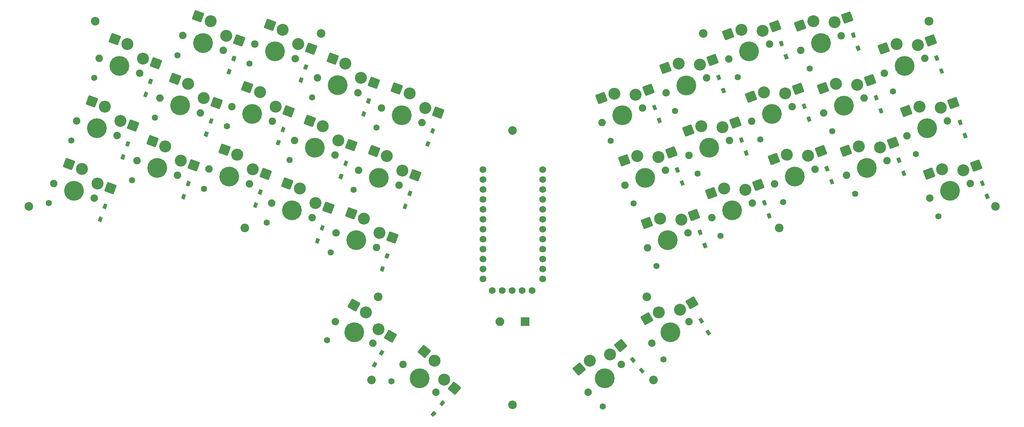
<source format=gbr>
%TF.GenerationSoftware,KiCad,Pcbnew,9.0.1*%
%TF.CreationDate,2025-05-25T10:06:09+02:00*%
%TF.ProjectId,ebbe34,65626265-3334-42e6-9b69-6361645f7063,rev?*%
%TF.SameCoordinates,Original*%
%TF.FileFunction,Soldermask,Bot*%
%TF.FilePolarity,Negative*%
%FSLAX46Y46*%
G04 Gerber Fmt 4.6, Leading zero omitted, Abs format (unit mm)*
G04 Created by KiCad (PCBNEW 9.0.1) date 2025-05-25 10:06:09*
%MOMM*%
%LPD*%
G01*
G04 APERTURE LIST*
G04 Aperture macros list*
%AMRoundRect*
0 Rectangle with rounded corners*
0 $1 Rounding radius*
0 $2 $3 $4 $5 $6 $7 $8 $9 X,Y pos of 4 corners*
0 Add a 4 corners polygon primitive as box body*
4,1,4,$2,$3,$4,$5,$6,$7,$8,$9,$2,$3,0*
0 Add four circle primitives for the rounded corners*
1,1,$1+$1,$2,$3*
1,1,$1+$1,$4,$5*
1,1,$1+$1,$6,$7*
1,1,$1+$1,$8,$9*
0 Add four rect primitives between the rounded corners*
20,1,$1+$1,$2,$3,$4,$5,0*
20,1,$1+$1,$4,$5,$6,$7,0*
20,1,$1+$1,$6,$7,$8,$9,0*
20,1,$1+$1,$8,$9,$2,$3,0*%
G04 Aperture macros list end*
%ADD10C,0.100000*%
%ADD11C,1.900000*%
%ADD12C,1.600000*%
%ADD13C,3.050000*%
%ADD14C,5.050000*%
%ADD15RoundRect,0.250000X-1.387676X-0.353525X0.387676X-1.378525X1.387676X0.353525X-0.387676X1.378525X0*%
%ADD16RoundRect,0.250000X-0.621165X-1.290263X1.305205X-0.589122X0.621165X1.290263X-1.305205X0.589122X0*%
%ADD17RoundRect,0.250000X-1.305205X-0.589122X0.621165X-1.290263X1.305205X0.589122X-0.621165X1.290263X0*%
%ADD18RoundRect,0.250000X-0.387676X-1.378525X1.387676X-0.353525X0.387676X1.378525X-1.387676X0.353525X0*%
%ADD19RoundRect,0.250000X-0.142408X-1.424902X1.427983X-0.107187X0.142408X1.424902X-1.427983X0.107187X0*%
%ADD20RoundRect,0.250000X-1.427983X-0.107187X0.142408X-1.424902X1.427983X0.107187X-0.142408X1.424902X0*%
%ADD21C,2.200000*%
%ADD22R,2.250000X2.250000*%
%ADD23C,2.250000*%
%ADD24C,1.752600*%
G04 APERTURE END LIST*
D10*
%TO.C,D9*%
X240318857Y-63437546D02*
X239520119Y-63728262D01*
X239109693Y-62600634D01*
X239908432Y-62309915D01*
X240318857Y-63437546D01*
G36*
X240318857Y-63437546D02*
G01*
X239520119Y-63728262D01*
X239109693Y-62600634D01*
X239908432Y-62309915D01*
X240318857Y-63437546D01*
G37*
X241533027Y-66773454D02*
X240734288Y-67064173D01*
X240323863Y-65936542D01*
X241122601Y-65645826D01*
X241533027Y-66773454D01*
G36*
X241533027Y-66773454D02*
G01*
X240734288Y-67064173D01*
X240323863Y-65936542D01*
X241122601Y-65645826D01*
X241533027Y-66773454D01*
G37*
%TO.C,D30*%
X273246722Y-101277628D02*
X272447984Y-101568344D01*
X272037558Y-100440716D01*
X272836297Y-100149997D01*
X273246722Y-101277628D01*
G36*
X273246722Y-101277628D02*
G01*
X272447984Y-101568344D01*
X272037558Y-100440716D01*
X272836297Y-100149997D01*
X273246722Y-101277628D01*
G37*
X274460892Y-104613536D02*
X273662153Y-104904255D01*
X273251728Y-103776624D01*
X274050466Y-103485908D01*
X274460892Y-104613536D01*
G36*
X274460892Y-104613536D02*
G01*
X273662153Y-104904255D01*
X273251728Y-103776624D01*
X274050466Y-103485908D01*
X274460892Y-104613536D01*
G37*
%TO.C,D27*%
X217606200Y-106282272D02*
X216807462Y-106572988D01*
X216397036Y-105445360D01*
X217195775Y-105154641D01*
X217606200Y-106282272D01*
G36*
X217606200Y-106282272D02*
G01*
X216807462Y-106572988D01*
X216397036Y-105445360D01*
X217195775Y-105154641D01*
X217606200Y-106282272D01*
G37*
X218820370Y-109618180D02*
X218021631Y-109908899D01*
X217611206Y-108781268D01*
X218409944Y-108490552D01*
X218820370Y-109618180D01*
G36*
X218820370Y-109618180D02*
G01*
X218021631Y-109908899D01*
X217611206Y-108781268D01*
X218409944Y-108490552D01*
X218820370Y-109618180D01*
G37*
%TO.C,D25*%
X120094065Y-122331750D02*
X119683644Y-123459380D01*
X118884904Y-123168663D01*
X119295328Y-122041032D01*
X120094065Y-122331750D01*
G36*
X120094065Y-122331750D02*
G01*
X119683644Y-123459380D01*
X118884904Y-123168663D01*
X119295328Y-122041032D01*
X120094065Y-122331750D01*
G37*
X121308240Y-118995841D02*
X120897816Y-120123472D01*
X120099079Y-119832754D01*
X120509500Y-118705124D01*
X121308240Y-118995841D01*
G36*
X121308240Y-118995841D02*
G01*
X120897816Y-120123472D01*
X120099079Y-119832754D01*
X120509500Y-118705124D01*
X121308240Y-118995841D01*
G37*
%TO.C,D12*%
X75165006Y-87887895D02*
X74754585Y-89015525D01*
X73955845Y-88724808D01*
X74366269Y-87597177D01*
X75165006Y-87887895D01*
G36*
X75165006Y-87887895D02*
G01*
X74754585Y-89015525D01*
X73955845Y-88724808D01*
X74366269Y-87597177D01*
X75165006Y-87887895D01*
G37*
X76379181Y-84551986D02*
X75968757Y-85679617D01*
X75170020Y-85388899D01*
X75580441Y-84261269D01*
X76379181Y-84551986D01*
G36*
X76379181Y-84551986D02*
G01*
X75968757Y-85679617D01*
X75170020Y-85388899D01*
X75580441Y-84261269D01*
X76379181Y-84551986D01*
G37*
%TO.C,D24*%
X103542993Y-115176969D02*
X103132572Y-116304599D01*
X102333832Y-116013882D01*
X102744256Y-114886251D01*
X103542993Y-115176969D01*
G36*
X103542993Y-115176969D02*
G01*
X103132572Y-116304599D01*
X102333832Y-116013882D01*
X102744256Y-114886251D01*
X103542993Y-115176969D01*
G37*
X104757168Y-111841060D02*
X104346744Y-112968691D01*
X103548007Y-112677973D01*
X103958428Y-111550343D01*
X104757168Y-111841060D01*
G36*
X104757168Y-111841060D02*
G01*
X104346744Y-112968691D01*
X103548007Y-112677973D01*
X103958428Y-111550343D01*
X104757168Y-111841060D01*
G37*
%TO.C,D5*%
X131722751Y-90382210D02*
X131312330Y-91509840D01*
X130513590Y-91219123D01*
X130924014Y-90091492D01*
X131722751Y-90382210D01*
G36*
X131722751Y-90382210D02*
G01*
X131312330Y-91509840D01*
X130513590Y-91219123D01*
X130924014Y-90091492D01*
X131722751Y-90382210D01*
G37*
X132936926Y-87046301D02*
X132526502Y-88173932D01*
X131727765Y-87883214D01*
X132138186Y-86755584D01*
X132936926Y-87046301D01*
G36*
X132936926Y-87046301D02*
G01*
X132526502Y-88173932D01*
X131727765Y-87883214D01*
X132138186Y-86755584D01*
X132936926Y-87046301D01*
G37*
%TO.C,D22*%
X69350665Y-103862671D02*
X68940244Y-104990301D01*
X68141504Y-104699584D01*
X68551928Y-103571953D01*
X69350665Y-103862671D01*
G36*
X69350665Y-103862671D02*
G01*
X68940244Y-104990301D01*
X68141504Y-104699584D01*
X68551928Y-103571953D01*
X69350665Y-103862671D01*
G37*
X70564840Y-100526762D02*
X70154416Y-101654393D01*
X69355679Y-101363675D01*
X69766100Y-100236045D01*
X70564840Y-100526762D01*
G36*
X70564840Y-100526762D02*
G01*
X70154416Y-101654393D01*
X69355679Y-101363675D01*
X69766100Y-100236045D01*
X70564840Y-100526762D01*
G37*
%TO.C,D31*%
X118203018Y-146935444D02*
X117603020Y-147974673D01*
X116866897Y-147549674D01*
X117466897Y-146510443D01*
X118203018Y-146935444D01*
G36*
X118203018Y-146935444D02*
G01*
X117603020Y-147974673D01*
X116866897Y-147549674D01*
X117466897Y-146510443D01*
X118203018Y-146935444D01*
G37*
X119978021Y-143861054D02*
X119378021Y-144900285D01*
X118641900Y-144475284D01*
X119241898Y-143436055D01*
X119978021Y-143861054D01*
G36*
X119978021Y-143861054D02*
G01*
X119378021Y-144900285D01*
X118641900Y-144475284D01*
X119241898Y-143436055D01*
X119978021Y-143861054D01*
G37*
%TO.C,D28*%
X233579489Y-97549759D02*
X232780751Y-97840475D01*
X232370325Y-96712847D01*
X233169064Y-96422128D01*
X233579489Y-97549759D01*
G36*
X233579489Y-97549759D02*
G01*
X232780751Y-97840475D01*
X232370325Y-96712847D01*
X233169064Y-96422128D01*
X233579489Y-97549759D01*
G37*
X234793659Y-100885667D02*
X233994920Y-101176386D01*
X233584495Y-100048755D01*
X234383233Y-99758039D01*
X234793659Y-100885667D01*
G36*
X234793659Y-100885667D02*
G01*
X233994920Y-101176386D01*
X233584495Y-100048755D01*
X234383233Y-99758039D01*
X234793659Y-100885667D01*
G37*
%TO.C,D32*%
X133226697Y-159626971D02*
X132455355Y-160546225D01*
X131804216Y-159999855D01*
X132575561Y-159080602D01*
X133226697Y-159626971D01*
G36*
X133226697Y-159626971D02*
G01*
X132455355Y-160546225D01*
X131804216Y-159999855D01*
X132575561Y-159080602D01*
X133226697Y-159626971D01*
G37*
X135508596Y-156907515D02*
X134737251Y-157826768D01*
X134086115Y-157280399D01*
X134857457Y-156361145D01*
X135508596Y-156907515D01*
G36*
X135508596Y-156907515D02*
G01*
X134737251Y-157826768D01*
X134086115Y-157280399D01*
X134857457Y-156361145D01*
X135508596Y-156907515D01*
G37*
%TO.C,D26*%
X201204140Y-113856181D02*
X200405402Y-114146897D01*
X199994976Y-113019269D01*
X200793715Y-112728550D01*
X201204140Y-113856181D01*
G36*
X201204140Y-113856181D02*
G01*
X200405402Y-114146897D01*
X199994976Y-113019269D01*
X200793715Y-112728550D01*
X201204140Y-113856181D01*
G37*
X202418310Y-117192089D02*
X201619571Y-117482808D01*
X201209146Y-116355177D01*
X202007884Y-116064461D01*
X202418310Y-117192089D01*
G36*
X202418310Y-117192089D02*
G01*
X201619571Y-117482808D01*
X201209146Y-116355177D01*
X202007884Y-116064461D01*
X202418310Y-117192089D01*
G37*
%TO.C,D6*%
X189575451Y-81906628D02*
X188776713Y-82197344D01*
X188366287Y-81069716D01*
X189165026Y-80778997D01*
X189575451Y-81906628D01*
G36*
X189575451Y-81906628D02*
G01*
X188776713Y-82197344D01*
X188366287Y-81069716D01*
X189165026Y-80778997D01*
X189575451Y-81906628D01*
G37*
X190789621Y-85242536D02*
X189990882Y-85533255D01*
X189580457Y-84405624D01*
X190379195Y-84114908D01*
X190789621Y-85242536D01*
G36*
X190789621Y-85242536D02*
G01*
X189990882Y-85533255D01*
X189580457Y-84405624D01*
X190379195Y-84114908D01*
X190789621Y-85242536D01*
G37*
%TO.C,D1*%
X59704128Y-77737839D02*
X59293707Y-78865469D01*
X58494967Y-78574752D01*
X58905391Y-77447121D01*
X59704128Y-77737839D01*
G36*
X59704128Y-77737839D02*
G01*
X59293707Y-78865469D01*
X58494967Y-78574752D01*
X58905391Y-77447121D01*
X59704128Y-77737839D01*
G37*
X60918303Y-74401930D02*
X60507879Y-75529561D01*
X59709142Y-75238843D01*
X60119563Y-74111213D01*
X60918303Y-74401930D01*
G36*
X60918303Y-74401930D02*
G01*
X60507879Y-75529561D01*
X59709142Y-75238843D01*
X60119563Y-74111213D01*
X60918303Y-74401930D01*
G37*
%TO.C,D33*%
X184118829Y-146202367D02*
X183467692Y-146748735D01*
X182696346Y-145829485D01*
X183347484Y-145283114D01*
X184118829Y-146202367D01*
G36*
X184118829Y-146202367D02*
G01*
X183467692Y-146748735D01*
X182696346Y-145829485D01*
X183347484Y-145283114D01*
X184118829Y-146202367D01*
G37*
X186400724Y-148921825D02*
X185749586Y-149468196D01*
X184978241Y-148548943D01*
X185629378Y-148002575D01*
X186400724Y-148921825D01*
G36*
X186400724Y-148921825D02*
G01*
X185749586Y-149468196D01*
X184978241Y-148548943D01*
X185629378Y-148002575D01*
X186400724Y-148921825D01*
G37*
%TO.C,D2*%
X80979346Y-71913121D02*
X80568925Y-73040751D01*
X79770185Y-72750034D01*
X80180609Y-71622403D01*
X80979346Y-71913121D01*
G36*
X80979346Y-71913121D02*
G01*
X80568925Y-73040751D01*
X79770185Y-72750034D01*
X80180609Y-71622403D01*
X80979346Y-71913121D01*
G37*
X82193521Y-68577212D02*
X81783097Y-69704843D01*
X80984360Y-69414125D01*
X81394781Y-68286495D01*
X82193521Y-68577212D01*
G36*
X82193521Y-68577212D02*
G01*
X81783097Y-69704843D01*
X80984360Y-69414125D01*
X81394781Y-68286495D01*
X82193521Y-68577212D01*
G37*
%TO.C,D16*%
X195389792Y-97881402D02*
X194591054Y-98172118D01*
X194180628Y-97044490D01*
X194979367Y-96753771D01*
X195389792Y-97881402D01*
G36*
X195389792Y-97881402D02*
G01*
X194591054Y-98172118D01*
X194180628Y-97044490D01*
X194979367Y-96753771D01*
X195389792Y-97881402D01*
G37*
X196603962Y-101217310D02*
X195805223Y-101508029D01*
X195394798Y-100380398D01*
X196193536Y-100089682D01*
X196603962Y-101217310D01*
G36*
X196603962Y-101217310D02*
G01*
X195805223Y-101508029D01*
X195394798Y-100380398D01*
X196193536Y-100089682D01*
X196603962Y-101217310D01*
G37*
%TO.C,D21*%
X48088402Y-109651771D02*
X47677981Y-110779401D01*
X46879241Y-110488684D01*
X47289665Y-109361053D01*
X48088402Y-109651771D01*
G36*
X48088402Y-109651771D02*
G01*
X47677981Y-110779401D01*
X46879241Y-110488684D01*
X47289665Y-109361053D01*
X48088402Y-109651771D01*
G37*
X49302577Y-106315862D02*
X48892153Y-107443493D01*
X48093416Y-107152775D01*
X48503837Y-106025145D01*
X49302577Y-106315862D01*
G36*
X49302577Y-106315862D02*
G01*
X48892153Y-107443493D01*
X48093416Y-107152775D01*
X48503837Y-106025145D01*
X49302577Y-106315862D01*
G37*
%TO.C,D15*%
X125908415Y-106356972D02*
X125497994Y-107484602D01*
X124699254Y-107193885D01*
X125109678Y-106066254D01*
X125908415Y-106356972D01*
G36*
X125908415Y-106356972D02*
G01*
X125497994Y-107484602D01*
X124699254Y-107193885D01*
X125109678Y-106066254D01*
X125908415Y-106356972D01*
G37*
X127122590Y-103021063D02*
X126712166Y-104148694D01*
X125913429Y-103857976D01*
X126323850Y-102730346D01*
X127122590Y-103021063D01*
G36*
X127122590Y-103021063D02*
G01*
X126712166Y-104148694D01*
X125913429Y-103857976D01*
X126323850Y-102730346D01*
X127122590Y-103021063D01*
G37*
%TO.C,D3*%
X99347400Y-74075790D02*
X98936979Y-75203420D01*
X98138239Y-74912703D01*
X98548663Y-73785072D01*
X99347400Y-74075790D01*
G36*
X99347400Y-74075790D02*
G01*
X98936979Y-75203420D01*
X98138239Y-74912703D01*
X98548663Y-73785072D01*
X99347400Y-74075790D01*
G37*
X100561575Y-70739881D02*
X100151151Y-71867512D01*
X99352414Y-71576794D01*
X99762835Y-70449164D01*
X100561575Y-70739881D01*
G36*
X100561575Y-70739881D02*
G01*
X100151151Y-71867512D01*
X99352414Y-71576794D01*
X99762835Y-70449164D01*
X100561575Y-70739881D01*
G37*
%TO.C,D13*%
X93533058Y-90050560D02*
X93122637Y-91178190D01*
X92323897Y-90887473D01*
X92734321Y-89759842D01*
X93533058Y-90050560D01*
G36*
X93533058Y-90050560D02*
G01*
X93122637Y-91178190D01*
X92323897Y-90887473D01*
X92734321Y-89759842D01*
X93533058Y-90050560D01*
G37*
X94747233Y-86714651D02*
X94336809Y-87842282D01*
X93538072Y-87551564D01*
X93948493Y-86423934D01*
X94747233Y-86714651D01*
G36*
X94747233Y-86714651D02*
G01*
X94336809Y-87842282D01*
X93538072Y-87551564D01*
X93948493Y-86423934D01*
X94747233Y-86714651D01*
G37*
%TO.C,D7*%
X205944825Y-74252630D02*
X205146087Y-74543346D01*
X204735661Y-73415718D01*
X205534400Y-73124999D01*
X205944825Y-74252630D01*
G36*
X205944825Y-74252630D02*
G01*
X205146087Y-74543346D01*
X204735661Y-73415718D01*
X205534400Y-73124999D01*
X205944825Y-74252630D01*
G37*
X207158995Y-77588538D02*
X206360256Y-77879257D01*
X205949831Y-76751626D01*
X206748569Y-76460910D01*
X207158995Y-77588538D01*
G36*
X207158995Y-77588538D02*
G01*
X206360256Y-77879257D01*
X205949831Y-76751626D01*
X206748569Y-76460910D01*
X207158995Y-77588538D01*
G37*
%TO.C,D4*%
X115353378Y-82728202D02*
X114942957Y-83855832D01*
X114144217Y-83565115D01*
X114554641Y-82437484D01*
X115353378Y-82728202D01*
G36*
X115353378Y-82728202D02*
G01*
X114942957Y-83855832D01*
X114144217Y-83565115D01*
X114554641Y-82437484D01*
X115353378Y-82728202D01*
G37*
X116567553Y-79392293D02*
X116157129Y-80519924D01*
X115358392Y-80229206D01*
X115768813Y-79101576D01*
X116567553Y-79392293D01*
G36*
X116567553Y-79392293D02*
G01*
X116157129Y-80519924D01*
X115358392Y-80229206D01*
X115768813Y-79101576D01*
X116567553Y-79392293D01*
G37*
%TO.C,D18*%
X227765143Y-81574983D02*
X226966405Y-81865699D01*
X226555979Y-80738071D01*
X227354718Y-80447352D01*
X227765143Y-81574983D01*
G36*
X227765143Y-81574983D02*
G01*
X226966405Y-81865699D01*
X226555979Y-80738071D01*
X227354718Y-80447352D01*
X227765143Y-81574983D01*
G37*
X228979313Y-84910891D02*
X228180574Y-85201610D01*
X227770149Y-84073979D01*
X228568887Y-83783263D01*
X228979313Y-84910891D01*
G36*
X228979313Y-84910891D02*
G01*
X228180574Y-85201610D01*
X227770149Y-84073979D01*
X228568887Y-83783263D01*
X228979313Y-84910891D01*
G37*
%TO.C,D14*%
X109539032Y-98702982D02*
X109128611Y-99830612D01*
X108329871Y-99539895D01*
X108740295Y-98412264D01*
X109539032Y-98702982D01*
G36*
X109539032Y-98702982D02*
G01*
X109128611Y-99830612D01*
X108329871Y-99539895D01*
X108740295Y-98412264D01*
X109539032Y-98702982D01*
G37*
X110753207Y-95367073D02*
X110342783Y-96494704D01*
X109544046Y-96203986D01*
X109954467Y-95076356D01*
X110753207Y-95367073D01*
G36*
X110753207Y-95367073D02*
G01*
X110342783Y-96494704D01*
X109544046Y-96203986D01*
X109954467Y-95076356D01*
X110753207Y-95367073D01*
G37*
%TO.C,D20*%
X267590118Y-85736243D02*
X266791380Y-86026959D01*
X266380954Y-84899331D01*
X267179693Y-84608612D01*
X267590118Y-85736243D01*
G36*
X267590118Y-85736243D02*
G01*
X266791380Y-86026959D01*
X266380954Y-84899331D01*
X267179693Y-84608612D01*
X267590118Y-85736243D01*
G37*
X268804288Y-89072151D02*
X268005549Y-89362870D01*
X267595124Y-88235239D01*
X268393862Y-87944523D01*
X268804288Y-89072151D01*
G36*
X268804288Y-89072151D02*
G01*
X268005549Y-89362870D01*
X267595124Y-88235239D01*
X268393862Y-87944523D01*
X268804288Y-89072151D01*
G37*
%TO.C,D29*%
X251947541Y-95387089D02*
X251148803Y-95677805D01*
X250738377Y-94550177D01*
X251537116Y-94259458D01*
X251947541Y-95387089D01*
G36*
X251947541Y-95387089D02*
G01*
X251148803Y-95677805D01*
X250738377Y-94550177D01*
X251537116Y-94259458D01*
X251947541Y-95387089D01*
G37*
X253161711Y-98722997D02*
X252362972Y-99013716D01*
X251952547Y-97886085D01*
X252751285Y-97595369D01*
X253161711Y-98722997D01*
G36*
X253161711Y-98722997D02*
G01*
X252362972Y-99013716D01*
X251952547Y-97886085D01*
X252751285Y-97595369D01*
X253161711Y-98722997D01*
G37*
%TO.C,D10*%
X261594079Y-69262256D02*
X260795341Y-69552972D01*
X260384915Y-68425344D01*
X261183654Y-68134625D01*
X261594079Y-69262256D01*
G36*
X261594079Y-69262256D02*
G01*
X260795341Y-69552972D01*
X260384915Y-68425344D01*
X261183654Y-68134625D01*
X261594079Y-69262256D01*
G37*
X262808249Y-72598164D02*
X262009510Y-72888883D01*
X261599085Y-71761252D01*
X262397823Y-71470536D01*
X262808249Y-72598164D01*
G36*
X262808249Y-72598164D02*
G01*
X262009510Y-72888883D01*
X261599085Y-71761252D01*
X262397823Y-71470536D01*
X262808249Y-72598164D01*
G37*
%TO.C,D11*%
X53889782Y-93712615D02*
X53479361Y-94840245D01*
X52680621Y-94549528D01*
X53091045Y-93421897D01*
X53889782Y-93712615D01*
G36*
X53889782Y-93712615D02*
G01*
X53479361Y-94840245D01*
X52680621Y-94549528D01*
X53091045Y-93421897D01*
X53889782Y-93712615D01*
G37*
X55103957Y-90376706D02*
X54693533Y-91504337D01*
X53894796Y-91213619D01*
X54305217Y-90085989D01*
X55103957Y-90376706D01*
G36*
X55103957Y-90376706D02*
G01*
X54693533Y-91504337D01*
X53894796Y-91213619D01*
X54305217Y-90085989D01*
X55103957Y-90376706D01*
G37*
%TO.C,D34*%
X201555875Y-136271438D02*
X200819753Y-136696436D01*
X200219753Y-135657209D01*
X200955875Y-135232207D01*
X201555875Y-136271438D01*
G36*
X201555875Y-136271438D02*
G01*
X200819753Y-136696436D01*
X200219753Y-135657209D01*
X200955875Y-135232207D01*
X201555875Y-136271438D01*
G37*
X203330873Y-139345827D02*
X202594751Y-139770829D01*
X201994751Y-138731598D01*
X202730873Y-138306600D01*
X203330873Y-139345827D01*
G36*
X203330873Y-139345827D02*
G01*
X202594751Y-139770829D01*
X201994751Y-138731598D01*
X202730873Y-138306600D01*
X203330873Y-139345827D01*
G37*
%TO.C,D19*%
X246133196Y-79412313D02*
X245334458Y-79703029D01*
X244924032Y-78575401D01*
X245722771Y-78284682D01*
X246133196Y-79412313D01*
G36*
X246133196Y-79412313D02*
G01*
X245334458Y-79703029D01*
X244924032Y-78575401D01*
X245722771Y-78284682D01*
X246133196Y-79412313D01*
G37*
X247347366Y-82748221D02*
X246548627Y-83038940D01*
X246138202Y-81911309D01*
X246936940Y-81620593D01*
X247347366Y-82748221D01*
G36*
X247347366Y-82748221D02*
G01*
X246548627Y-83038940D01*
X246138202Y-81911309D01*
X246936940Y-81620593D01*
X247347366Y-82748221D01*
G37*
%TO.C,D23*%
X87718718Y-106025333D02*
X87308297Y-107152963D01*
X86509557Y-106862246D01*
X86919981Y-105734615D01*
X87718718Y-106025333D01*
G36*
X87718718Y-106025333D02*
G01*
X87308297Y-107152963D01*
X86509557Y-106862246D01*
X86919981Y-105734615D01*
X87718718Y-106025333D01*
G37*
X88932893Y-102689424D02*
X88522469Y-103817055D01*
X87723732Y-103526337D01*
X88134153Y-102398707D01*
X88932893Y-102689424D01*
G36*
X88932893Y-102689424D02*
G01*
X88522469Y-103817055D01*
X87723732Y-103526337D01*
X88134153Y-102398707D01*
X88932893Y-102689424D01*
G37*
%TO.C,D17*%
X211759165Y-90227409D02*
X210960427Y-90518125D01*
X210550001Y-89390497D01*
X211348740Y-89099778D01*
X211759165Y-90227409D01*
G36*
X211759165Y-90227409D02*
G01*
X210960427Y-90518125D01*
X210550001Y-89390497D01*
X211348740Y-89099778D01*
X211759165Y-90227409D01*
G37*
X212973335Y-93563317D02*
X212174596Y-93854036D01*
X211764171Y-92726405D01*
X212562909Y-92435689D01*
X212973335Y-93563317D01*
G36*
X212973335Y-93563317D02*
G01*
X212174596Y-93854036D01*
X211764171Y-92726405D01*
X212562909Y-92435689D01*
X212973335Y-93563317D01*
G37*
%TO.C,D8*%
X221950801Y-65600211D02*
X221152063Y-65890927D01*
X220741637Y-64763299D01*
X221540376Y-64472580D01*
X221950801Y-65600211D01*
G36*
X221950801Y-65600211D02*
G01*
X221152063Y-65890927D01*
X220741637Y-64763299D01*
X221540376Y-64472580D01*
X221950801Y-65600211D01*
G37*
X223164971Y-68936119D02*
X222366232Y-69226838D01*
X221955807Y-68099207D01*
X222754545Y-67808491D01*
X223164971Y-68936119D01*
G36*
X223164971Y-68936119D02*
G01*
X222366232Y-69226838D01*
X221955807Y-68099207D01*
X222754545Y-67808491D01*
X223164971Y-68936119D01*
G37*
%TD*%
D11*
%TO.C,S31*%
X107564531Y-136271067D03*
D12*
X105422544Y-140981098D03*
D13*
X115277671Y-133911517D03*
D14*
X112327671Y-139021067D03*
D13*
X118557798Y-138230170D03*
D11*
X117090811Y-141771067D03*
D15*
X112296582Y-132074915D03*
X121588887Y-139980170D03*
%TD*%
D11*
%TO.C,S16*%
X181418525Y-101380549D03*
D12*
X183649775Y-106048956D03*
D13*
X184568915Y-93955252D03*
D14*
X186586834Y-99499438D03*
D13*
X189985621Y-94218505D03*
D11*
X191755143Y-97618327D03*
D16*
X181245789Y-95058353D03*
X193274545Y-93021435D03*
%TD*%
D11*
%TO.C,S21*%
X35645849Y-100934965D03*
D12*
X34354291Y-105945392D03*
D13*
X42832077Y-97271890D03*
D14*
X40814158Y-102816076D03*
D13*
X46812298Y-100955345D03*
D11*
X45982467Y-104697187D03*
D17*
X39577355Y-95980850D03*
X50101222Y-102152415D03*
%TD*%
D11*
%TO.C,S23*%
X75289124Y-97272922D03*
D12*
X73997566Y-102283349D03*
D13*
X82475352Y-93609847D03*
D14*
X80457433Y-99154033D03*
D13*
X86455573Y-97293302D03*
D11*
X85625742Y-101035144D03*
D17*
X79220630Y-92318807D03*
X89744497Y-98490372D03*
%TD*%
D11*
%TO.C,S27*%
X203602230Y-109701319D03*
D12*
X205833480Y-114369726D03*
D13*
X206752620Y-102276022D03*
D14*
X208770539Y-107820208D03*
D13*
X212169326Y-102539275D03*
D11*
X213938848Y-105939097D03*
D16*
X203429494Y-103379123D03*
X215458250Y-101342205D03*
%TD*%
D11*
%TO.C,S13*%
X81103466Y-81298151D03*
D12*
X79811908Y-86308578D03*
D13*
X88289694Y-77635076D03*
D14*
X86271775Y-83179262D03*
D13*
X92269915Y-81318531D03*
D11*
X91440084Y-85060373D03*
D17*
X85034972Y-76344036D03*
X95558839Y-82515601D03*
%TD*%
D11*
%TO.C,S4*%
X102923791Y-73975786D03*
D12*
X101632233Y-78986213D03*
D13*
X110110019Y-70312711D03*
D14*
X108092100Y-75856897D03*
D13*
X114090240Y-73996166D03*
D11*
X113260409Y-77738008D03*
D17*
X106855297Y-69021671D03*
X117379164Y-75193236D03*
%TD*%
D11*
%TO.C,S10*%
X247622796Y-72761392D03*
D12*
X249854046Y-77429799D03*
D13*
X250773186Y-65336095D03*
D14*
X252791105Y-70880281D03*
D13*
X256189892Y-65599348D03*
D11*
X257959414Y-68999170D03*
D16*
X247450060Y-66439196D03*
X259478816Y-64402278D03*
%TD*%
D11*
%TO.C,S18*%
X213793868Y-85074126D03*
D12*
X216025118Y-89742533D03*
D13*
X216944258Y-77648829D03*
D14*
X218962177Y-83193015D03*
D13*
X222360964Y-77912082D03*
D11*
X224130486Y-81311904D03*
D16*
X213621132Y-78751930D03*
X225649888Y-76715012D03*
%TD*%
D11*
%TO.C,S22*%
X56921072Y-95110253D03*
D12*
X55629514Y-100120680D03*
D13*
X64107300Y-91447178D03*
D14*
X62089381Y-96991364D03*
D13*
X68087521Y-95130633D03*
D11*
X67257690Y-98872475D03*
D17*
X60852578Y-90156138D03*
X71376445Y-96327703D03*
%TD*%
D11*
%TO.C,S9*%
X226347583Y-66936688D03*
D12*
X228578833Y-71605095D03*
D13*
X229497973Y-59511391D03*
D14*
X231515892Y-65055577D03*
D13*
X234914679Y-59774644D03*
D11*
X236684201Y-63174466D03*
D16*
X226174847Y-60614492D03*
X238203603Y-58577574D03*
%TD*%
D11*
%TO.C,S29*%
X237976269Y-98886230D03*
D12*
X240207519Y-103554637D03*
D13*
X241126659Y-91460933D03*
D14*
X243144578Y-97005119D03*
D13*
X246543365Y-91724186D03*
D11*
X248312887Y-95124008D03*
D16*
X237803533Y-92564034D03*
X249832289Y-90527116D03*
%TD*%
D11*
%TO.C,S3*%
X86917799Y-65323370D03*
D12*
X85626241Y-70333797D03*
D13*
X94104027Y-61660295D03*
D14*
X92086108Y-67204481D03*
D13*
X98084248Y-65343750D03*
D11*
X97254417Y-69085592D03*
D17*
X90849305Y-60369255D03*
X101373172Y-66540820D03*
%TD*%
D11*
%TO.C,S20*%
X253437147Y-88736168D03*
D12*
X255668397Y-93404575D03*
D13*
X256587537Y-81310871D03*
D14*
X258605456Y-86855057D03*
D13*
X262004243Y-81574124D03*
D11*
X263773765Y-84973946D03*
D16*
X253264411Y-82413972D03*
X265293167Y-80377054D03*
%TD*%
D11*
%TO.C,S11*%
X41460185Y-84960191D03*
D12*
X40168627Y-89970618D03*
D13*
X48646413Y-81297116D03*
D14*
X46628494Y-86841302D03*
D13*
X52626634Y-84980571D03*
D11*
X51796803Y-88722413D03*
D17*
X45391691Y-80006076D03*
X55915558Y-86177641D03*
%TD*%
D11*
%TO.C,S28*%
X219608217Y-101048906D03*
D12*
X221839467Y-105717313D03*
D13*
X222758607Y-93623609D03*
D14*
X224776526Y-99167795D03*
D13*
X228175313Y-93886862D03*
D11*
X229944835Y-97286684D03*
D16*
X219435481Y-94726710D03*
X231464237Y-92689792D03*
%TD*%
D11*
%TO.C,S2*%
X68549749Y-63160700D03*
D12*
X67258191Y-68171127D03*
D13*
X75735977Y-59497625D03*
D14*
X73718058Y-65041811D03*
D13*
X79716198Y-63181080D03*
D11*
X78886367Y-66922922D03*
D17*
X72481255Y-58206585D03*
X83005122Y-64378150D03*
%TD*%
D11*
%TO.C,S12*%
X62735418Y-79135481D03*
D12*
X61443860Y-84145908D03*
D13*
X69921646Y-75472406D03*
D14*
X67903727Y-81016592D03*
D13*
X73901867Y-79155861D03*
D11*
X73072036Y-82897703D03*
D17*
X66666924Y-74181366D03*
X77190791Y-80352931D03*
%TD*%
D11*
%TO.C,S26*%
X187232872Y-117355319D03*
D12*
X189464122Y-122023726D03*
D13*
X190383262Y-109930022D03*
D14*
X192401181Y-115474208D03*
D13*
X195799968Y-110193275D03*
D11*
X197569490Y-113593097D03*
D16*
X187060136Y-111033123D03*
X199088892Y-108996205D03*
%TD*%
D11*
%TO.C,S8*%
X207979532Y-69099343D03*
D12*
X210210782Y-73767750D03*
D13*
X211129922Y-61674046D03*
D14*
X213147841Y-67218232D03*
D13*
X216546628Y-61937299D03*
D11*
X218316150Y-65337121D03*
D16*
X207806796Y-62777147D03*
X219835552Y-60740229D03*
%TD*%
D11*
%TO.C,S24*%
X91295101Y-105925341D03*
D12*
X90003543Y-110935768D03*
D13*
X98481329Y-102262266D03*
D14*
X96463410Y-107806452D03*
D13*
X102461550Y-105945721D03*
D11*
X101631719Y-109687563D03*
D17*
X95226607Y-100971226D03*
X105750474Y-107142791D03*
%TD*%
D11*
%TO.C,S34*%
X188280393Y-141734878D03*
D12*
X191288406Y-145944909D03*
D13*
X190093533Y-133875328D03*
D14*
X193043533Y-138984878D03*
D13*
X195473660Y-133193981D03*
D11*
X197806673Y-136234878D03*
D18*
X187012444Y-135538726D03*
X198504749Y-131443981D03*
%TD*%
D11*
%TO.C,S33*%
X172047644Y-154282033D03*
D12*
X175741022Y-157905768D03*
D13*
X172468441Y-146227039D03*
D14*
X176260888Y-150746701D03*
D13*
X177648517Y-144621794D03*
D11*
X180474132Y-147211369D03*
D19*
X169723007Y-148400191D03*
X180329673Y-142372037D03*
%TD*%
D11*
%TO.C,S25*%
X107664482Y-113579332D03*
D12*
X106372924Y-118589759D03*
D13*
X114850710Y-109916257D03*
D14*
X112832791Y-115460443D03*
D13*
X118830931Y-113599712D03*
D11*
X118001100Y-117341554D03*
D17*
X111595988Y-108625217D03*
X122119855Y-114796782D03*
%TD*%
D11*
%TO.C,S5*%
X119293153Y-81629782D03*
D12*
X118001595Y-86640209D03*
D13*
X126479381Y-77966707D03*
D14*
X124461462Y-83510893D03*
D13*
X130459602Y-81650162D03*
D11*
X129629771Y-85392004D03*
D17*
X123224659Y-76675667D03*
X133748526Y-82847232D03*
%TD*%
D11*
%TO.C,S6*%
X175604177Y-85405766D03*
D12*
X177835427Y-90074173D03*
D13*
X178754567Y-77980469D03*
D14*
X180772486Y-83524655D03*
D13*
X184171273Y-78243722D03*
D11*
X185940795Y-81643544D03*
D16*
X175431441Y-79083570D03*
X187460197Y-77046652D03*
%TD*%
D11*
%TO.C,S7*%
X191973555Y-77751769D03*
D12*
X194204805Y-82420176D03*
D13*
X195123945Y-70326472D03*
D14*
X197141864Y-75870658D03*
D13*
X200540651Y-70589725D03*
D11*
X202310173Y-73989547D03*
D16*
X191800819Y-71429573D03*
X203829575Y-69392655D03*
%TD*%
D11*
%TO.C,S19*%
X232161918Y-82911452D03*
D12*
X234393168Y-87579859D03*
D13*
X235312308Y-75486155D03*
D14*
X237330227Y-81030341D03*
D13*
X240729014Y-75749408D03*
D11*
X242498536Y-79149230D03*
D16*
X231989182Y-76589256D03*
X244017938Y-74552338D03*
%TD*%
D11*
%TO.C,S15*%
X113478812Y-97604560D03*
D12*
X112187254Y-102614987D03*
D13*
X120665040Y-93941485D03*
D14*
X118647121Y-99485671D03*
D13*
X124645261Y-97624940D03*
D11*
X123815430Y-101366782D03*
D17*
X117410318Y-92650445D03*
X127934185Y-98822010D03*
%TD*%
D11*
%TO.C,S32*%
X124797643Y-147211367D03*
D12*
X121870309Y-151477890D03*
D13*
X132803334Y-146227037D03*
D14*
X129010887Y-150746699D03*
D13*
X135283702Y-151049668D03*
D11*
X133224131Y-154282031D03*
D20*
X130186457Y-143900676D03*
X137964858Y-153299425D03*
%TD*%
D11*
%TO.C,S14*%
X97109441Y-89950569D03*
D12*
X95817883Y-94960996D03*
D13*
X104295669Y-86287494D03*
D14*
X102277750Y-91831680D03*
D13*
X108275890Y-89970949D03*
D11*
X107446059Y-93712791D03*
D17*
X101040947Y-84996454D03*
X111564814Y-91168019D03*
%TD*%
D11*
%TO.C,S30*%
X259251499Y-104710948D03*
D12*
X261482749Y-109379355D03*
D13*
X262401889Y-97285651D03*
D14*
X264419808Y-102829837D03*
D13*
X267818595Y-97548904D03*
D11*
X269588117Y-100948726D03*
D16*
X259078763Y-98388752D03*
X271107519Y-96351834D03*
%TD*%
D11*
%TO.C,S17*%
X197787897Y-93726550D03*
D12*
X200019147Y-98394957D03*
D13*
X200938287Y-86301253D03*
D14*
X202956206Y-91845439D03*
D13*
X206354993Y-86564506D03*
D11*
X208124515Y-89964328D03*
D16*
X197615161Y-87404354D03*
X209643917Y-85367436D03*
%TD*%
D11*
%TO.C,S1*%
X47274530Y-68985418D03*
D12*
X45982972Y-73995845D03*
D13*
X54460758Y-65322343D03*
D14*
X52442839Y-70866529D03*
D13*
X58440979Y-69005798D03*
D11*
X57611148Y-72747640D03*
D17*
X51206036Y-64031303D03*
X61729903Y-70202868D03*
%TD*%
D21*
%TO.C,REF\u002A\u002A*%
X220837913Y-112309771D03*
%TD*%
%TO.C,*%
X259048745Y-59441322D03*
%TD*%
%TO.C,REF\u002A\u002A*%
X84433966Y-112309776D03*
%TD*%
%TO.C,REF\u002A\u002A*%
X118414300Y-129892909D03*
%TD*%
%TO.C,REF\u002A\u002A*%
X46257022Y-59441323D03*
%TD*%
D22*
%TO.C,RESET1*%
X155985761Y-136267910D03*
D23*
X149485761Y-136267910D03*
%TD*%
D21*
%TO.C,REF\u002A\u002A*%
X188726793Y-151142911D03*
%TD*%
%TO.C,REF\u002A\u002A*%
X29256058Y-106796176D03*
%TD*%
%TO.C,REF\u002A\u002A*%
X152726796Y-87392909D03*
%TD*%
%TO.C,REF\u002A\u002A*%
X116726794Y-151142910D03*
%TD*%
%TO.C,*%
X29256058Y-106796176D03*
%TD*%
D24*
%TO.C,Display1*%
X147552694Y-128330414D03*
X150092694Y-128330414D03*
X152632694Y-128330414D03*
X155172694Y-128330414D03*
X157712694Y-128330414D03*
%TD*%
D21*
%TO.C,*%
X220837913Y-112309771D03*
%TD*%
%TO.C,REF\u002A\u002A*%
X103863098Y-62611200D03*
%TD*%
%TO.C,REF\u002A\u002A*%
X259031760Y-59445773D03*
%TD*%
%TO.C,*%
X276018713Y-106818762D03*
%TD*%
%TO.C,REF\u002A\u002A*%
X276018713Y-106818762D03*
%TD*%
%TO.C,REF\u002A\u002A*%
X201408697Y-62611205D03*
%TD*%
%TO.C,REF\u002A\u002A*%
X187039293Y-129892913D03*
%TD*%
%TO.C,REF\u002A\u002A*%
X152726798Y-157517907D03*
%TD*%
%TO.C,*%
X201408697Y-62611205D03*
%TD*%
D24*
%TO.C,U2*%
X160414255Y-97435175D03*
X160414255Y-99975175D03*
X160414255Y-102515175D03*
X160414255Y-105055175D03*
X160414255Y-107595175D03*
X160414255Y-110135175D03*
X160414255Y-112675175D03*
X160414255Y-115215175D03*
X160414255Y-117755175D03*
X160414255Y-120295175D03*
X160414255Y-122835175D03*
X160414255Y-125375175D03*
X145174255Y-125375175D03*
X145174255Y-122835175D03*
X145174255Y-120295175D03*
X145174255Y-117755175D03*
X145174255Y-115215175D03*
X145174255Y-112675175D03*
X145174255Y-110135175D03*
X145174255Y-107595175D03*
X145174255Y-105055175D03*
X145174255Y-102515175D03*
X145174255Y-99975175D03*
X145174255Y-97435175D03*
%TD*%
M02*

</source>
